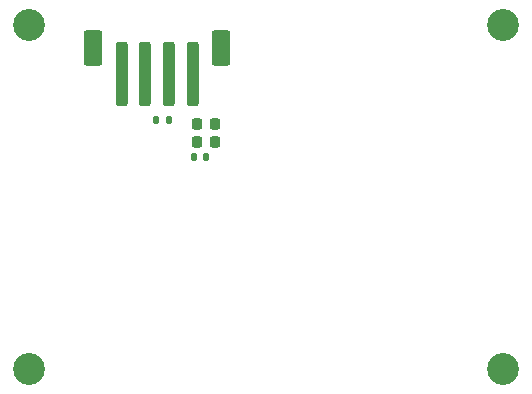
<source format=gbs>
G04 #@! TF.GenerationSoftware,KiCad,Pcbnew,(6.0.0)*
G04 #@! TF.CreationDate,2022-04-16T23:03:06-07:00*
G04 #@! TF.ProjectId,YellCubeLights,59656c6c-4375-4626-954c-69676874732e,rev?*
G04 #@! TF.SameCoordinates,Original*
G04 #@! TF.FileFunction,Soldermask,Bot*
G04 #@! TF.FilePolarity,Negative*
%FSLAX46Y46*%
G04 Gerber Fmt 4.6, Leading zero omitted, Abs format (unit mm)*
G04 Created by KiCad (PCBNEW (6.0.0)) date 2022-04-16 23:03:06*
%MOMM*%
%LPD*%
G01*
G04 APERTURE LIST*
G04 Aperture macros list*
%AMRoundRect*
0 Rectangle with rounded corners*
0 $1 Rounding radius*
0 $2 $3 $4 $5 $6 $7 $8 $9 X,Y pos of 4 corners*
0 Add a 4 corners polygon primitive as box body*
4,1,4,$2,$3,$4,$5,$6,$7,$8,$9,$2,$3,0*
0 Add four circle primitives for the rounded corners*
1,1,$1+$1,$2,$3*
1,1,$1+$1,$4,$5*
1,1,$1+$1,$6,$7*
1,1,$1+$1,$8,$9*
0 Add four rect primitives between the rounded corners*
20,1,$1+$1,$2,$3,$4,$5,0*
20,1,$1+$1,$4,$5,$6,$7,0*
20,1,$1+$1,$6,$7,$8,$9,0*
20,1,$1+$1,$8,$9,$2,$3,0*%
G04 Aperture macros list end*
%ADD10C,2.700000*%
%ADD11RoundRect,0.250000X0.250000X2.500000X-0.250000X2.500000X-0.250000X-2.500000X0.250000X-2.500000X0*%
%ADD12RoundRect,0.250000X0.550000X1.250000X-0.550000X1.250000X-0.550000X-1.250000X0.550000X-1.250000X0*%
%ADD13RoundRect,0.225000X-0.225000X-0.250000X0.225000X-0.250000X0.225000X0.250000X-0.225000X0.250000X0*%
%ADD14RoundRect,0.140000X-0.140000X-0.170000X0.140000X-0.170000X0.140000X0.170000X-0.140000X0.170000X0*%
%ADD15RoundRect,0.135000X0.135000X0.185000X-0.135000X0.185000X-0.135000X-0.185000X0.135000X-0.185000X0*%
G04 APERTURE END LIST*
D10*
X130521989Y-110867012D03*
X130521989Y-81766994D03*
X170722011Y-81766994D03*
X170722011Y-110867012D03*
D11*
X144412000Y-85943000D03*
X142412000Y-85943000D03*
X140412000Y-85943000D03*
X138412000Y-85943000D03*
D12*
X136012000Y-83693000D03*
X146812000Y-83693000D03*
D13*
X144767000Y-91694000D03*
X146317000Y-91694000D03*
D14*
X144554000Y-92964000D03*
X145514000Y-92964000D03*
D15*
X142369000Y-89789000D03*
X141349000Y-89789000D03*
D13*
X144767000Y-90170000D03*
X146317000Y-90170000D03*
M02*

</source>
